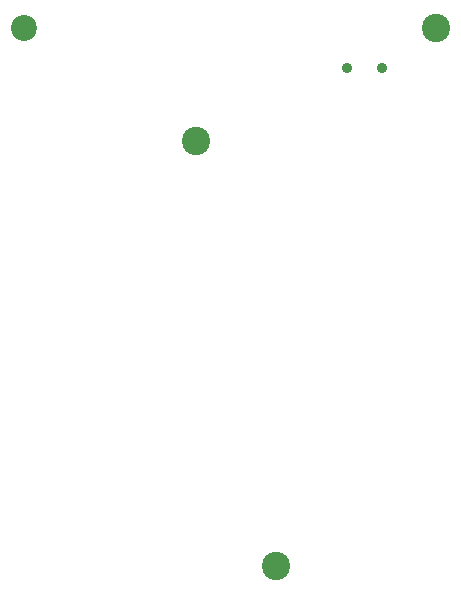
<source format=gbr>
%TF.GenerationSoftware,KiCad,Pcbnew,9.0.0*%
%TF.CreationDate,2025-03-10T21:19:59+01:00*%
%TF.ProjectId,NPulse_v4,4e50756c-7365-45f7-9634-2e6b69636164,rev?*%
%TF.SameCoordinates,Original*%
%TF.FileFunction,Soldermask,Bot*%
%TF.FilePolarity,Negative*%
%FSLAX46Y46*%
G04 Gerber Fmt 4.6, Leading zero omitted, Abs format (unit mm)*
G04 Created by KiCad (PCBNEW 9.0.0) date 2025-03-10 21:19:59*
%MOMM*%
%LPD*%
G01*
G04 APERTURE LIST*
%ADD10C,0.900000*%
%ADD11C,2.400000*%
%ADD12C,2.200000*%
G04 APERTURE END LIST*
D10*
%TO.C,SW2*%
X186140000Y-70980000D03*
X183140000Y-70980000D03*
%TD*%
D11*
%TO.C,H2*%
X190710000Y-67620000D03*
%TD*%
%TO.C,H4*%
X177170000Y-113150000D03*
%TD*%
D12*
%TO.C,H5*%
X155810000Y-67640000D03*
%TD*%
D11*
%TO.C,H1*%
X170390000Y-77160000D03*
%TD*%
M02*

</source>
